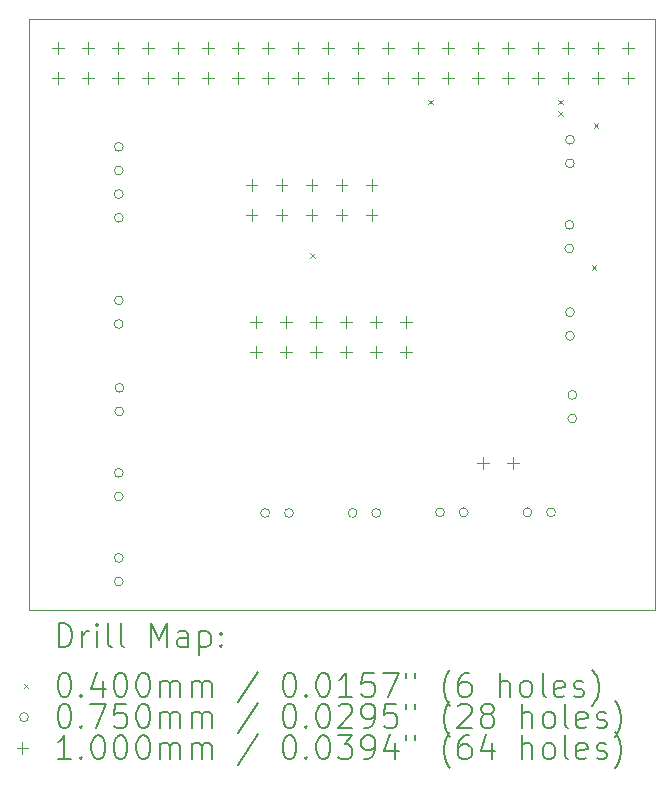
<source format=gbr>
%FSLAX45Y45*%
G04 Gerber Fmt 4.5, Leading zero omitted, Abs format (unit mm)*
G04 Created by KiCad (PCBNEW (5.99.0-12181-g5e8b23af64)) date 2021-11-12 15:18:38*
%MOMM*%
%LPD*%
G01*
G04 APERTURE LIST*
%TA.AperFunction,Profile*%
%ADD10C,0.100000*%
%TD*%
%ADD11C,0.200000*%
%ADD12C,0.040000*%
%ADD13C,0.075000*%
%ADD14C,0.100000*%
G04 APERTURE END LIST*
D10*
X8000000Y-13000000D02*
X8000000Y-8000000D01*
X13300000Y-13000000D02*
X8000000Y-13000000D01*
X13300000Y-8000000D02*
X13300000Y-13000000D01*
X8000000Y-8000000D02*
X13300000Y-8000000D01*
D11*
D12*
X10380000Y-9980000D02*
X10420000Y-10020000D01*
X10420000Y-9980000D02*
X10380000Y-10020000D01*
X11380000Y-8680000D02*
X11420000Y-8720000D01*
X11420000Y-8680000D02*
X11380000Y-8720000D01*
X12480000Y-8680000D02*
X12520000Y-8720000D01*
X12520000Y-8680000D02*
X12480000Y-8720000D01*
X12480000Y-8780000D02*
X12520000Y-8820000D01*
X12520000Y-8780000D02*
X12480000Y-8820000D01*
X12762598Y-10080000D02*
X12802598Y-10120000D01*
X12802598Y-10080000D02*
X12762598Y-10120000D01*
X12780000Y-8880000D02*
X12820000Y-8920000D01*
X12820000Y-8880000D02*
X12780000Y-8920000D01*
D13*
X8797500Y-9080000D02*
G75*
G03*
X8797500Y-9080000I-37500J0D01*
G01*
X8797500Y-9280000D02*
G75*
G03*
X8797500Y-9280000I-37500J0D01*
G01*
X8797500Y-9480000D02*
G75*
G03*
X8797500Y-9480000I-37500J0D01*
G01*
X8797500Y-9680000D02*
G75*
G03*
X8797500Y-9680000I-37500J0D01*
G01*
X8797500Y-10380000D02*
G75*
G03*
X8797500Y-10380000I-37500J0D01*
G01*
X8797500Y-10580000D02*
G75*
G03*
X8797500Y-10580000I-37500J0D01*
G01*
X8797500Y-11840000D02*
G75*
G03*
X8797500Y-11840000I-37500J0D01*
G01*
X8797500Y-12040000D02*
G75*
G03*
X8797500Y-12040000I-37500J0D01*
G01*
X8797500Y-12560000D02*
G75*
G03*
X8797500Y-12560000I-37500J0D01*
G01*
X8797500Y-12760000D02*
G75*
G03*
X8797500Y-12760000I-37500J0D01*
G01*
X8802500Y-11120000D02*
G75*
G03*
X8802500Y-11120000I-37500J0D01*
G01*
X8802500Y-11320000D02*
G75*
G03*
X8802500Y-11320000I-37500J0D01*
G01*
X10037500Y-12180000D02*
G75*
G03*
X10037500Y-12180000I-37500J0D01*
G01*
X10237500Y-12180000D02*
G75*
G03*
X10237500Y-12180000I-37500J0D01*
G01*
X10777500Y-12180000D02*
G75*
G03*
X10777500Y-12180000I-37500J0D01*
G01*
X10977500Y-12180000D02*
G75*
G03*
X10977500Y-12180000I-37500J0D01*
G01*
X11517500Y-12175000D02*
G75*
G03*
X11517500Y-12175000I-37500J0D01*
G01*
X11717500Y-12175000D02*
G75*
G03*
X11717500Y-12175000I-37500J0D01*
G01*
X12257500Y-12175000D02*
G75*
G03*
X12257500Y-12175000I-37500J0D01*
G01*
X12457500Y-12175000D02*
G75*
G03*
X12457500Y-12175000I-37500J0D01*
G01*
X12612500Y-9740000D02*
G75*
G03*
X12612500Y-9740000I-37500J0D01*
G01*
X12612500Y-9940000D02*
G75*
G03*
X12612500Y-9940000I-37500J0D01*
G01*
X12617500Y-9020000D02*
G75*
G03*
X12617500Y-9020000I-37500J0D01*
G01*
X12617500Y-9220000D02*
G75*
G03*
X12617500Y-9220000I-37500J0D01*
G01*
X12617500Y-10480000D02*
G75*
G03*
X12617500Y-10480000I-37500J0D01*
G01*
X12617500Y-10680000D02*
G75*
G03*
X12617500Y-10680000I-37500J0D01*
G01*
X12637500Y-11180000D02*
G75*
G03*
X12637500Y-11180000I-37500J0D01*
G01*
X12637500Y-11380000D02*
G75*
G03*
X12637500Y-11380000I-37500J0D01*
G01*
D14*
X8247000Y-8194000D02*
X8247000Y-8294000D01*
X8197000Y-8244000D02*
X8297000Y-8244000D01*
X8247000Y-8448000D02*
X8247000Y-8548000D01*
X8197000Y-8498000D02*
X8297000Y-8498000D01*
X8501000Y-8194000D02*
X8501000Y-8294000D01*
X8451000Y-8244000D02*
X8551000Y-8244000D01*
X8501000Y-8448000D02*
X8501000Y-8548000D01*
X8451000Y-8498000D02*
X8551000Y-8498000D01*
X8755000Y-8194000D02*
X8755000Y-8294000D01*
X8705000Y-8244000D02*
X8805000Y-8244000D01*
X8755000Y-8448000D02*
X8755000Y-8548000D01*
X8705000Y-8498000D02*
X8805000Y-8498000D01*
X9009000Y-8194000D02*
X9009000Y-8294000D01*
X8959000Y-8244000D02*
X9059000Y-8244000D01*
X9009000Y-8448000D02*
X9009000Y-8548000D01*
X8959000Y-8498000D02*
X9059000Y-8498000D01*
X9263000Y-8194000D02*
X9263000Y-8294000D01*
X9213000Y-8244000D02*
X9313000Y-8244000D01*
X9263000Y-8448000D02*
X9263000Y-8548000D01*
X9213000Y-8498000D02*
X9313000Y-8498000D01*
X9517000Y-8194000D02*
X9517000Y-8294000D01*
X9467000Y-8244000D02*
X9567000Y-8244000D01*
X9517000Y-8448000D02*
X9517000Y-8548000D01*
X9467000Y-8498000D02*
X9567000Y-8498000D01*
X9771000Y-8194000D02*
X9771000Y-8294000D01*
X9721000Y-8244000D02*
X9821000Y-8244000D01*
X9771000Y-8448000D02*
X9771000Y-8548000D01*
X9721000Y-8498000D02*
X9821000Y-8498000D01*
X9884000Y-9350000D02*
X9884000Y-9450000D01*
X9834000Y-9400000D02*
X9934000Y-9400000D01*
X9884000Y-9604000D02*
X9884000Y-9704000D01*
X9834000Y-9654000D02*
X9934000Y-9654000D01*
X9925000Y-10516000D02*
X9925000Y-10616000D01*
X9875000Y-10566000D02*
X9975000Y-10566000D01*
X9925000Y-10770000D02*
X9925000Y-10870000D01*
X9875000Y-10820000D02*
X9975000Y-10820000D01*
X10025000Y-8194000D02*
X10025000Y-8294000D01*
X9975000Y-8244000D02*
X10075000Y-8244000D01*
X10025000Y-8448000D02*
X10025000Y-8548000D01*
X9975000Y-8498000D02*
X10075000Y-8498000D01*
X10138000Y-9350000D02*
X10138000Y-9450000D01*
X10088000Y-9400000D02*
X10188000Y-9400000D01*
X10138000Y-9604000D02*
X10138000Y-9704000D01*
X10088000Y-9654000D02*
X10188000Y-9654000D01*
X10179000Y-10516000D02*
X10179000Y-10616000D01*
X10129000Y-10566000D02*
X10229000Y-10566000D01*
X10179000Y-10770000D02*
X10179000Y-10870000D01*
X10129000Y-10820000D02*
X10229000Y-10820000D01*
X10279000Y-8194000D02*
X10279000Y-8294000D01*
X10229000Y-8244000D02*
X10329000Y-8244000D01*
X10279000Y-8448000D02*
X10279000Y-8548000D01*
X10229000Y-8498000D02*
X10329000Y-8498000D01*
X10392000Y-9350000D02*
X10392000Y-9450000D01*
X10342000Y-9400000D02*
X10442000Y-9400000D01*
X10392000Y-9604000D02*
X10392000Y-9704000D01*
X10342000Y-9654000D02*
X10442000Y-9654000D01*
X10433000Y-10516000D02*
X10433000Y-10616000D01*
X10383000Y-10566000D02*
X10483000Y-10566000D01*
X10433000Y-10770000D02*
X10433000Y-10870000D01*
X10383000Y-10820000D02*
X10483000Y-10820000D01*
X10533000Y-8194000D02*
X10533000Y-8294000D01*
X10483000Y-8244000D02*
X10583000Y-8244000D01*
X10533000Y-8448000D02*
X10533000Y-8548000D01*
X10483000Y-8498000D02*
X10583000Y-8498000D01*
X10646000Y-9350000D02*
X10646000Y-9450000D01*
X10596000Y-9400000D02*
X10696000Y-9400000D01*
X10646000Y-9604000D02*
X10646000Y-9704000D01*
X10596000Y-9654000D02*
X10696000Y-9654000D01*
X10687000Y-10516000D02*
X10687000Y-10616000D01*
X10637000Y-10566000D02*
X10737000Y-10566000D01*
X10687000Y-10770000D02*
X10687000Y-10870000D01*
X10637000Y-10820000D02*
X10737000Y-10820000D01*
X10787000Y-8194000D02*
X10787000Y-8294000D01*
X10737000Y-8244000D02*
X10837000Y-8244000D01*
X10787000Y-8448000D02*
X10787000Y-8548000D01*
X10737000Y-8498000D02*
X10837000Y-8498000D01*
X10900000Y-9350000D02*
X10900000Y-9450000D01*
X10850000Y-9400000D02*
X10950000Y-9400000D01*
X10900000Y-9604000D02*
X10900000Y-9704000D01*
X10850000Y-9654000D02*
X10950000Y-9654000D01*
X10941000Y-10516000D02*
X10941000Y-10616000D01*
X10891000Y-10566000D02*
X10991000Y-10566000D01*
X10941000Y-10770000D02*
X10941000Y-10870000D01*
X10891000Y-10820000D02*
X10991000Y-10820000D01*
X11041000Y-8194000D02*
X11041000Y-8294000D01*
X10991000Y-8244000D02*
X11091000Y-8244000D01*
X11041000Y-8448000D02*
X11041000Y-8548000D01*
X10991000Y-8498000D02*
X11091000Y-8498000D01*
X11195000Y-10516000D02*
X11195000Y-10616000D01*
X11145000Y-10566000D02*
X11245000Y-10566000D01*
X11195000Y-10770000D02*
X11195000Y-10870000D01*
X11145000Y-10820000D02*
X11245000Y-10820000D01*
X11295000Y-8194000D02*
X11295000Y-8294000D01*
X11245000Y-8244000D02*
X11345000Y-8244000D01*
X11295000Y-8448000D02*
X11295000Y-8548000D01*
X11245000Y-8498000D02*
X11345000Y-8498000D01*
X11549000Y-8194000D02*
X11549000Y-8294000D01*
X11499000Y-8244000D02*
X11599000Y-8244000D01*
X11549000Y-8448000D02*
X11549000Y-8548000D01*
X11499000Y-8498000D02*
X11599000Y-8498000D01*
X11803000Y-8194000D02*
X11803000Y-8294000D01*
X11753000Y-8244000D02*
X11853000Y-8244000D01*
X11803000Y-8448000D02*
X11803000Y-8548000D01*
X11753000Y-8498000D02*
X11853000Y-8498000D01*
X11841000Y-11710000D02*
X11841000Y-11810000D01*
X11791000Y-11760000D02*
X11891000Y-11760000D01*
X12057000Y-8194000D02*
X12057000Y-8294000D01*
X12007000Y-8244000D02*
X12107000Y-8244000D01*
X12057000Y-8448000D02*
X12057000Y-8548000D01*
X12007000Y-8498000D02*
X12107000Y-8498000D01*
X12095000Y-11710000D02*
X12095000Y-11810000D01*
X12045000Y-11760000D02*
X12145000Y-11760000D01*
X12311000Y-8194000D02*
X12311000Y-8294000D01*
X12261000Y-8244000D02*
X12361000Y-8244000D01*
X12311000Y-8448000D02*
X12311000Y-8548000D01*
X12261000Y-8498000D02*
X12361000Y-8498000D01*
X12565000Y-8194000D02*
X12565000Y-8294000D01*
X12515000Y-8244000D02*
X12615000Y-8244000D01*
X12565000Y-8448000D02*
X12565000Y-8548000D01*
X12515000Y-8498000D02*
X12615000Y-8498000D01*
X12819000Y-8194000D02*
X12819000Y-8294000D01*
X12769000Y-8244000D02*
X12869000Y-8244000D01*
X12819000Y-8448000D02*
X12819000Y-8548000D01*
X12769000Y-8498000D02*
X12869000Y-8498000D01*
X13073000Y-8194000D02*
X13073000Y-8294000D01*
X13023000Y-8244000D02*
X13123000Y-8244000D01*
X13073000Y-8448000D02*
X13073000Y-8548000D01*
X13023000Y-8498000D02*
X13123000Y-8498000D01*
D11*
X8252619Y-13315476D02*
X8252619Y-13115476D01*
X8300238Y-13115476D01*
X8328809Y-13125000D01*
X8347857Y-13144048D01*
X8357381Y-13163095D01*
X8366905Y-13201190D01*
X8366905Y-13229762D01*
X8357381Y-13267857D01*
X8347857Y-13286905D01*
X8328809Y-13305952D01*
X8300238Y-13315476D01*
X8252619Y-13315476D01*
X8452619Y-13315476D02*
X8452619Y-13182143D01*
X8452619Y-13220238D02*
X8462143Y-13201190D01*
X8471667Y-13191667D01*
X8490714Y-13182143D01*
X8509762Y-13182143D01*
X8576429Y-13315476D02*
X8576429Y-13182143D01*
X8576429Y-13115476D02*
X8566905Y-13125000D01*
X8576429Y-13134524D01*
X8585952Y-13125000D01*
X8576429Y-13115476D01*
X8576429Y-13134524D01*
X8700238Y-13315476D02*
X8681190Y-13305952D01*
X8671667Y-13286905D01*
X8671667Y-13115476D01*
X8805000Y-13315476D02*
X8785952Y-13305952D01*
X8776429Y-13286905D01*
X8776429Y-13115476D01*
X9033571Y-13315476D02*
X9033571Y-13115476D01*
X9100238Y-13258333D01*
X9166905Y-13115476D01*
X9166905Y-13315476D01*
X9347857Y-13315476D02*
X9347857Y-13210714D01*
X9338333Y-13191667D01*
X9319286Y-13182143D01*
X9281190Y-13182143D01*
X9262143Y-13191667D01*
X9347857Y-13305952D02*
X9328810Y-13315476D01*
X9281190Y-13315476D01*
X9262143Y-13305952D01*
X9252619Y-13286905D01*
X9252619Y-13267857D01*
X9262143Y-13248809D01*
X9281190Y-13239286D01*
X9328810Y-13239286D01*
X9347857Y-13229762D01*
X9443095Y-13182143D02*
X9443095Y-13382143D01*
X9443095Y-13191667D02*
X9462143Y-13182143D01*
X9500238Y-13182143D01*
X9519286Y-13191667D01*
X9528810Y-13201190D01*
X9538333Y-13220238D01*
X9538333Y-13277381D01*
X9528810Y-13296428D01*
X9519286Y-13305952D01*
X9500238Y-13315476D01*
X9462143Y-13315476D01*
X9443095Y-13305952D01*
X9624048Y-13296428D02*
X9633571Y-13305952D01*
X9624048Y-13315476D01*
X9614524Y-13305952D01*
X9624048Y-13296428D01*
X9624048Y-13315476D01*
X9624048Y-13191667D02*
X9633571Y-13201190D01*
X9624048Y-13210714D01*
X9614524Y-13201190D01*
X9624048Y-13191667D01*
X9624048Y-13210714D01*
D12*
X7955000Y-13625000D02*
X7995000Y-13665000D01*
X7995000Y-13625000D02*
X7955000Y-13665000D01*
D11*
X8290714Y-13535476D02*
X8309762Y-13535476D01*
X8328809Y-13545000D01*
X8338333Y-13554524D01*
X8347857Y-13573571D01*
X8357381Y-13611667D01*
X8357381Y-13659286D01*
X8347857Y-13697381D01*
X8338333Y-13716428D01*
X8328809Y-13725952D01*
X8309762Y-13735476D01*
X8290714Y-13735476D01*
X8271667Y-13725952D01*
X8262143Y-13716428D01*
X8252619Y-13697381D01*
X8243095Y-13659286D01*
X8243095Y-13611667D01*
X8252619Y-13573571D01*
X8262143Y-13554524D01*
X8271667Y-13545000D01*
X8290714Y-13535476D01*
X8443095Y-13716428D02*
X8452619Y-13725952D01*
X8443095Y-13735476D01*
X8433571Y-13725952D01*
X8443095Y-13716428D01*
X8443095Y-13735476D01*
X8624048Y-13602143D02*
X8624048Y-13735476D01*
X8576429Y-13525952D02*
X8528810Y-13668809D01*
X8652619Y-13668809D01*
X8766905Y-13535476D02*
X8785952Y-13535476D01*
X8805000Y-13545000D01*
X8814524Y-13554524D01*
X8824048Y-13573571D01*
X8833571Y-13611667D01*
X8833571Y-13659286D01*
X8824048Y-13697381D01*
X8814524Y-13716428D01*
X8805000Y-13725952D01*
X8785952Y-13735476D01*
X8766905Y-13735476D01*
X8747857Y-13725952D01*
X8738333Y-13716428D01*
X8728810Y-13697381D01*
X8719286Y-13659286D01*
X8719286Y-13611667D01*
X8728810Y-13573571D01*
X8738333Y-13554524D01*
X8747857Y-13545000D01*
X8766905Y-13535476D01*
X8957381Y-13535476D02*
X8976429Y-13535476D01*
X8995476Y-13545000D01*
X9005000Y-13554524D01*
X9014524Y-13573571D01*
X9024048Y-13611667D01*
X9024048Y-13659286D01*
X9014524Y-13697381D01*
X9005000Y-13716428D01*
X8995476Y-13725952D01*
X8976429Y-13735476D01*
X8957381Y-13735476D01*
X8938333Y-13725952D01*
X8928810Y-13716428D01*
X8919286Y-13697381D01*
X8909762Y-13659286D01*
X8909762Y-13611667D01*
X8919286Y-13573571D01*
X8928810Y-13554524D01*
X8938333Y-13545000D01*
X8957381Y-13535476D01*
X9109762Y-13735476D02*
X9109762Y-13602143D01*
X9109762Y-13621190D02*
X9119286Y-13611667D01*
X9138333Y-13602143D01*
X9166905Y-13602143D01*
X9185952Y-13611667D01*
X9195476Y-13630714D01*
X9195476Y-13735476D01*
X9195476Y-13630714D02*
X9205000Y-13611667D01*
X9224048Y-13602143D01*
X9252619Y-13602143D01*
X9271667Y-13611667D01*
X9281190Y-13630714D01*
X9281190Y-13735476D01*
X9376429Y-13735476D02*
X9376429Y-13602143D01*
X9376429Y-13621190D02*
X9385952Y-13611667D01*
X9405000Y-13602143D01*
X9433571Y-13602143D01*
X9452619Y-13611667D01*
X9462143Y-13630714D01*
X9462143Y-13735476D01*
X9462143Y-13630714D02*
X9471667Y-13611667D01*
X9490714Y-13602143D01*
X9519286Y-13602143D01*
X9538333Y-13611667D01*
X9547857Y-13630714D01*
X9547857Y-13735476D01*
X9938333Y-13525952D02*
X9766905Y-13783095D01*
X10195476Y-13535476D02*
X10214524Y-13535476D01*
X10233571Y-13545000D01*
X10243095Y-13554524D01*
X10252619Y-13573571D01*
X10262143Y-13611667D01*
X10262143Y-13659286D01*
X10252619Y-13697381D01*
X10243095Y-13716428D01*
X10233571Y-13725952D01*
X10214524Y-13735476D01*
X10195476Y-13735476D01*
X10176429Y-13725952D01*
X10166905Y-13716428D01*
X10157381Y-13697381D01*
X10147857Y-13659286D01*
X10147857Y-13611667D01*
X10157381Y-13573571D01*
X10166905Y-13554524D01*
X10176429Y-13545000D01*
X10195476Y-13535476D01*
X10347857Y-13716428D02*
X10357381Y-13725952D01*
X10347857Y-13735476D01*
X10338333Y-13725952D01*
X10347857Y-13716428D01*
X10347857Y-13735476D01*
X10481190Y-13535476D02*
X10500238Y-13535476D01*
X10519286Y-13545000D01*
X10528810Y-13554524D01*
X10538333Y-13573571D01*
X10547857Y-13611667D01*
X10547857Y-13659286D01*
X10538333Y-13697381D01*
X10528810Y-13716428D01*
X10519286Y-13725952D01*
X10500238Y-13735476D01*
X10481190Y-13735476D01*
X10462143Y-13725952D01*
X10452619Y-13716428D01*
X10443095Y-13697381D01*
X10433571Y-13659286D01*
X10433571Y-13611667D01*
X10443095Y-13573571D01*
X10452619Y-13554524D01*
X10462143Y-13545000D01*
X10481190Y-13535476D01*
X10738333Y-13735476D02*
X10624048Y-13735476D01*
X10681190Y-13735476D02*
X10681190Y-13535476D01*
X10662143Y-13564048D01*
X10643095Y-13583095D01*
X10624048Y-13592619D01*
X10919286Y-13535476D02*
X10824048Y-13535476D01*
X10814524Y-13630714D01*
X10824048Y-13621190D01*
X10843095Y-13611667D01*
X10890714Y-13611667D01*
X10909762Y-13621190D01*
X10919286Y-13630714D01*
X10928810Y-13649762D01*
X10928810Y-13697381D01*
X10919286Y-13716428D01*
X10909762Y-13725952D01*
X10890714Y-13735476D01*
X10843095Y-13735476D01*
X10824048Y-13725952D01*
X10814524Y-13716428D01*
X10995476Y-13535476D02*
X11128810Y-13535476D01*
X11043095Y-13735476D01*
X11195476Y-13535476D02*
X11195476Y-13573571D01*
X11271667Y-13535476D02*
X11271667Y-13573571D01*
X11566905Y-13811667D02*
X11557381Y-13802143D01*
X11538333Y-13773571D01*
X11528809Y-13754524D01*
X11519286Y-13725952D01*
X11509762Y-13678333D01*
X11509762Y-13640238D01*
X11519286Y-13592619D01*
X11528809Y-13564048D01*
X11538333Y-13545000D01*
X11557381Y-13516428D01*
X11566905Y-13506905D01*
X11728809Y-13535476D02*
X11690714Y-13535476D01*
X11671667Y-13545000D01*
X11662143Y-13554524D01*
X11643095Y-13583095D01*
X11633571Y-13621190D01*
X11633571Y-13697381D01*
X11643095Y-13716428D01*
X11652619Y-13725952D01*
X11671667Y-13735476D01*
X11709762Y-13735476D01*
X11728809Y-13725952D01*
X11738333Y-13716428D01*
X11747857Y-13697381D01*
X11747857Y-13649762D01*
X11738333Y-13630714D01*
X11728809Y-13621190D01*
X11709762Y-13611667D01*
X11671667Y-13611667D01*
X11652619Y-13621190D01*
X11643095Y-13630714D01*
X11633571Y-13649762D01*
X11985952Y-13735476D02*
X11985952Y-13535476D01*
X12071667Y-13735476D02*
X12071667Y-13630714D01*
X12062143Y-13611667D01*
X12043095Y-13602143D01*
X12014524Y-13602143D01*
X11995476Y-13611667D01*
X11985952Y-13621190D01*
X12195476Y-13735476D02*
X12176428Y-13725952D01*
X12166905Y-13716428D01*
X12157381Y-13697381D01*
X12157381Y-13640238D01*
X12166905Y-13621190D01*
X12176428Y-13611667D01*
X12195476Y-13602143D01*
X12224048Y-13602143D01*
X12243095Y-13611667D01*
X12252619Y-13621190D01*
X12262143Y-13640238D01*
X12262143Y-13697381D01*
X12252619Y-13716428D01*
X12243095Y-13725952D01*
X12224048Y-13735476D01*
X12195476Y-13735476D01*
X12376428Y-13735476D02*
X12357381Y-13725952D01*
X12347857Y-13706905D01*
X12347857Y-13535476D01*
X12528809Y-13725952D02*
X12509762Y-13735476D01*
X12471667Y-13735476D01*
X12452619Y-13725952D01*
X12443095Y-13706905D01*
X12443095Y-13630714D01*
X12452619Y-13611667D01*
X12471667Y-13602143D01*
X12509762Y-13602143D01*
X12528809Y-13611667D01*
X12538333Y-13630714D01*
X12538333Y-13649762D01*
X12443095Y-13668809D01*
X12614524Y-13725952D02*
X12633571Y-13735476D01*
X12671667Y-13735476D01*
X12690714Y-13725952D01*
X12700238Y-13706905D01*
X12700238Y-13697381D01*
X12690714Y-13678333D01*
X12671667Y-13668809D01*
X12643095Y-13668809D01*
X12624048Y-13659286D01*
X12614524Y-13640238D01*
X12614524Y-13630714D01*
X12624048Y-13611667D01*
X12643095Y-13602143D01*
X12671667Y-13602143D01*
X12690714Y-13611667D01*
X12766905Y-13811667D02*
X12776428Y-13802143D01*
X12795476Y-13773571D01*
X12805000Y-13754524D01*
X12814524Y-13725952D01*
X12824048Y-13678333D01*
X12824048Y-13640238D01*
X12814524Y-13592619D01*
X12805000Y-13564048D01*
X12795476Y-13545000D01*
X12776428Y-13516428D01*
X12766905Y-13506905D01*
D13*
X7995000Y-13909000D02*
G75*
G03*
X7995000Y-13909000I-37500J0D01*
G01*
D11*
X8290714Y-13799476D02*
X8309762Y-13799476D01*
X8328809Y-13809000D01*
X8338333Y-13818524D01*
X8347857Y-13837571D01*
X8357381Y-13875667D01*
X8357381Y-13923286D01*
X8347857Y-13961381D01*
X8338333Y-13980428D01*
X8328809Y-13989952D01*
X8309762Y-13999476D01*
X8290714Y-13999476D01*
X8271667Y-13989952D01*
X8262143Y-13980428D01*
X8252619Y-13961381D01*
X8243095Y-13923286D01*
X8243095Y-13875667D01*
X8252619Y-13837571D01*
X8262143Y-13818524D01*
X8271667Y-13809000D01*
X8290714Y-13799476D01*
X8443095Y-13980428D02*
X8452619Y-13989952D01*
X8443095Y-13999476D01*
X8433571Y-13989952D01*
X8443095Y-13980428D01*
X8443095Y-13999476D01*
X8519286Y-13799476D02*
X8652619Y-13799476D01*
X8566905Y-13999476D01*
X8824048Y-13799476D02*
X8728810Y-13799476D01*
X8719286Y-13894714D01*
X8728810Y-13885190D01*
X8747857Y-13875667D01*
X8795476Y-13875667D01*
X8814524Y-13885190D01*
X8824048Y-13894714D01*
X8833571Y-13913762D01*
X8833571Y-13961381D01*
X8824048Y-13980428D01*
X8814524Y-13989952D01*
X8795476Y-13999476D01*
X8747857Y-13999476D01*
X8728810Y-13989952D01*
X8719286Y-13980428D01*
X8957381Y-13799476D02*
X8976429Y-13799476D01*
X8995476Y-13809000D01*
X9005000Y-13818524D01*
X9014524Y-13837571D01*
X9024048Y-13875667D01*
X9024048Y-13923286D01*
X9014524Y-13961381D01*
X9005000Y-13980428D01*
X8995476Y-13989952D01*
X8976429Y-13999476D01*
X8957381Y-13999476D01*
X8938333Y-13989952D01*
X8928810Y-13980428D01*
X8919286Y-13961381D01*
X8909762Y-13923286D01*
X8909762Y-13875667D01*
X8919286Y-13837571D01*
X8928810Y-13818524D01*
X8938333Y-13809000D01*
X8957381Y-13799476D01*
X9109762Y-13999476D02*
X9109762Y-13866143D01*
X9109762Y-13885190D02*
X9119286Y-13875667D01*
X9138333Y-13866143D01*
X9166905Y-13866143D01*
X9185952Y-13875667D01*
X9195476Y-13894714D01*
X9195476Y-13999476D01*
X9195476Y-13894714D02*
X9205000Y-13875667D01*
X9224048Y-13866143D01*
X9252619Y-13866143D01*
X9271667Y-13875667D01*
X9281190Y-13894714D01*
X9281190Y-13999476D01*
X9376429Y-13999476D02*
X9376429Y-13866143D01*
X9376429Y-13885190D02*
X9385952Y-13875667D01*
X9405000Y-13866143D01*
X9433571Y-13866143D01*
X9452619Y-13875667D01*
X9462143Y-13894714D01*
X9462143Y-13999476D01*
X9462143Y-13894714D02*
X9471667Y-13875667D01*
X9490714Y-13866143D01*
X9519286Y-13866143D01*
X9538333Y-13875667D01*
X9547857Y-13894714D01*
X9547857Y-13999476D01*
X9938333Y-13789952D02*
X9766905Y-14047095D01*
X10195476Y-13799476D02*
X10214524Y-13799476D01*
X10233571Y-13809000D01*
X10243095Y-13818524D01*
X10252619Y-13837571D01*
X10262143Y-13875667D01*
X10262143Y-13923286D01*
X10252619Y-13961381D01*
X10243095Y-13980428D01*
X10233571Y-13989952D01*
X10214524Y-13999476D01*
X10195476Y-13999476D01*
X10176429Y-13989952D01*
X10166905Y-13980428D01*
X10157381Y-13961381D01*
X10147857Y-13923286D01*
X10147857Y-13875667D01*
X10157381Y-13837571D01*
X10166905Y-13818524D01*
X10176429Y-13809000D01*
X10195476Y-13799476D01*
X10347857Y-13980428D02*
X10357381Y-13989952D01*
X10347857Y-13999476D01*
X10338333Y-13989952D01*
X10347857Y-13980428D01*
X10347857Y-13999476D01*
X10481190Y-13799476D02*
X10500238Y-13799476D01*
X10519286Y-13809000D01*
X10528810Y-13818524D01*
X10538333Y-13837571D01*
X10547857Y-13875667D01*
X10547857Y-13923286D01*
X10538333Y-13961381D01*
X10528810Y-13980428D01*
X10519286Y-13989952D01*
X10500238Y-13999476D01*
X10481190Y-13999476D01*
X10462143Y-13989952D01*
X10452619Y-13980428D01*
X10443095Y-13961381D01*
X10433571Y-13923286D01*
X10433571Y-13875667D01*
X10443095Y-13837571D01*
X10452619Y-13818524D01*
X10462143Y-13809000D01*
X10481190Y-13799476D01*
X10624048Y-13818524D02*
X10633571Y-13809000D01*
X10652619Y-13799476D01*
X10700238Y-13799476D01*
X10719286Y-13809000D01*
X10728810Y-13818524D01*
X10738333Y-13837571D01*
X10738333Y-13856619D01*
X10728810Y-13885190D01*
X10614524Y-13999476D01*
X10738333Y-13999476D01*
X10833571Y-13999476D02*
X10871667Y-13999476D01*
X10890714Y-13989952D01*
X10900238Y-13980428D01*
X10919286Y-13951857D01*
X10928810Y-13913762D01*
X10928810Y-13837571D01*
X10919286Y-13818524D01*
X10909762Y-13809000D01*
X10890714Y-13799476D01*
X10852619Y-13799476D01*
X10833571Y-13809000D01*
X10824048Y-13818524D01*
X10814524Y-13837571D01*
X10814524Y-13885190D01*
X10824048Y-13904238D01*
X10833571Y-13913762D01*
X10852619Y-13923286D01*
X10890714Y-13923286D01*
X10909762Y-13913762D01*
X10919286Y-13904238D01*
X10928810Y-13885190D01*
X11109762Y-13799476D02*
X11014524Y-13799476D01*
X11005000Y-13894714D01*
X11014524Y-13885190D01*
X11033571Y-13875667D01*
X11081190Y-13875667D01*
X11100238Y-13885190D01*
X11109762Y-13894714D01*
X11119286Y-13913762D01*
X11119286Y-13961381D01*
X11109762Y-13980428D01*
X11100238Y-13989952D01*
X11081190Y-13999476D01*
X11033571Y-13999476D01*
X11014524Y-13989952D01*
X11005000Y-13980428D01*
X11195476Y-13799476D02*
X11195476Y-13837571D01*
X11271667Y-13799476D02*
X11271667Y-13837571D01*
X11566905Y-14075667D02*
X11557381Y-14066143D01*
X11538333Y-14037571D01*
X11528809Y-14018524D01*
X11519286Y-13989952D01*
X11509762Y-13942333D01*
X11509762Y-13904238D01*
X11519286Y-13856619D01*
X11528809Y-13828048D01*
X11538333Y-13809000D01*
X11557381Y-13780428D01*
X11566905Y-13770905D01*
X11633571Y-13818524D02*
X11643095Y-13809000D01*
X11662143Y-13799476D01*
X11709762Y-13799476D01*
X11728809Y-13809000D01*
X11738333Y-13818524D01*
X11747857Y-13837571D01*
X11747857Y-13856619D01*
X11738333Y-13885190D01*
X11624048Y-13999476D01*
X11747857Y-13999476D01*
X11862143Y-13885190D02*
X11843095Y-13875667D01*
X11833571Y-13866143D01*
X11824048Y-13847095D01*
X11824048Y-13837571D01*
X11833571Y-13818524D01*
X11843095Y-13809000D01*
X11862143Y-13799476D01*
X11900238Y-13799476D01*
X11919286Y-13809000D01*
X11928809Y-13818524D01*
X11938333Y-13837571D01*
X11938333Y-13847095D01*
X11928809Y-13866143D01*
X11919286Y-13875667D01*
X11900238Y-13885190D01*
X11862143Y-13885190D01*
X11843095Y-13894714D01*
X11833571Y-13904238D01*
X11824048Y-13923286D01*
X11824048Y-13961381D01*
X11833571Y-13980428D01*
X11843095Y-13989952D01*
X11862143Y-13999476D01*
X11900238Y-13999476D01*
X11919286Y-13989952D01*
X11928809Y-13980428D01*
X11938333Y-13961381D01*
X11938333Y-13923286D01*
X11928809Y-13904238D01*
X11919286Y-13894714D01*
X11900238Y-13885190D01*
X12176428Y-13999476D02*
X12176428Y-13799476D01*
X12262143Y-13999476D02*
X12262143Y-13894714D01*
X12252619Y-13875667D01*
X12233571Y-13866143D01*
X12205000Y-13866143D01*
X12185952Y-13875667D01*
X12176428Y-13885190D01*
X12385952Y-13999476D02*
X12366905Y-13989952D01*
X12357381Y-13980428D01*
X12347857Y-13961381D01*
X12347857Y-13904238D01*
X12357381Y-13885190D01*
X12366905Y-13875667D01*
X12385952Y-13866143D01*
X12414524Y-13866143D01*
X12433571Y-13875667D01*
X12443095Y-13885190D01*
X12452619Y-13904238D01*
X12452619Y-13961381D01*
X12443095Y-13980428D01*
X12433571Y-13989952D01*
X12414524Y-13999476D01*
X12385952Y-13999476D01*
X12566905Y-13999476D02*
X12547857Y-13989952D01*
X12538333Y-13970905D01*
X12538333Y-13799476D01*
X12719286Y-13989952D02*
X12700238Y-13999476D01*
X12662143Y-13999476D01*
X12643095Y-13989952D01*
X12633571Y-13970905D01*
X12633571Y-13894714D01*
X12643095Y-13875667D01*
X12662143Y-13866143D01*
X12700238Y-13866143D01*
X12719286Y-13875667D01*
X12728809Y-13894714D01*
X12728809Y-13913762D01*
X12633571Y-13932809D01*
X12805000Y-13989952D02*
X12824048Y-13999476D01*
X12862143Y-13999476D01*
X12881190Y-13989952D01*
X12890714Y-13970905D01*
X12890714Y-13961381D01*
X12881190Y-13942333D01*
X12862143Y-13932809D01*
X12833571Y-13932809D01*
X12814524Y-13923286D01*
X12805000Y-13904238D01*
X12805000Y-13894714D01*
X12814524Y-13875667D01*
X12833571Y-13866143D01*
X12862143Y-13866143D01*
X12881190Y-13875667D01*
X12957381Y-14075667D02*
X12966905Y-14066143D01*
X12985952Y-14037571D01*
X12995476Y-14018524D01*
X13005000Y-13989952D01*
X13014524Y-13942333D01*
X13014524Y-13904238D01*
X13005000Y-13856619D01*
X12995476Y-13828048D01*
X12985952Y-13809000D01*
X12966905Y-13780428D01*
X12957381Y-13770905D01*
D14*
X7945000Y-14123000D02*
X7945000Y-14223000D01*
X7895000Y-14173000D02*
X7995000Y-14173000D01*
D11*
X8357381Y-14263476D02*
X8243095Y-14263476D01*
X8300238Y-14263476D02*
X8300238Y-14063476D01*
X8281190Y-14092048D01*
X8262143Y-14111095D01*
X8243095Y-14120619D01*
X8443095Y-14244428D02*
X8452619Y-14253952D01*
X8443095Y-14263476D01*
X8433571Y-14253952D01*
X8443095Y-14244428D01*
X8443095Y-14263476D01*
X8576429Y-14063476D02*
X8595476Y-14063476D01*
X8614524Y-14073000D01*
X8624048Y-14082524D01*
X8633571Y-14101571D01*
X8643095Y-14139667D01*
X8643095Y-14187286D01*
X8633571Y-14225381D01*
X8624048Y-14244428D01*
X8614524Y-14253952D01*
X8595476Y-14263476D01*
X8576429Y-14263476D01*
X8557381Y-14253952D01*
X8547857Y-14244428D01*
X8538333Y-14225381D01*
X8528810Y-14187286D01*
X8528810Y-14139667D01*
X8538333Y-14101571D01*
X8547857Y-14082524D01*
X8557381Y-14073000D01*
X8576429Y-14063476D01*
X8766905Y-14063476D02*
X8785952Y-14063476D01*
X8805000Y-14073000D01*
X8814524Y-14082524D01*
X8824048Y-14101571D01*
X8833571Y-14139667D01*
X8833571Y-14187286D01*
X8824048Y-14225381D01*
X8814524Y-14244428D01*
X8805000Y-14253952D01*
X8785952Y-14263476D01*
X8766905Y-14263476D01*
X8747857Y-14253952D01*
X8738333Y-14244428D01*
X8728810Y-14225381D01*
X8719286Y-14187286D01*
X8719286Y-14139667D01*
X8728810Y-14101571D01*
X8738333Y-14082524D01*
X8747857Y-14073000D01*
X8766905Y-14063476D01*
X8957381Y-14063476D02*
X8976429Y-14063476D01*
X8995476Y-14073000D01*
X9005000Y-14082524D01*
X9014524Y-14101571D01*
X9024048Y-14139667D01*
X9024048Y-14187286D01*
X9014524Y-14225381D01*
X9005000Y-14244428D01*
X8995476Y-14253952D01*
X8976429Y-14263476D01*
X8957381Y-14263476D01*
X8938333Y-14253952D01*
X8928810Y-14244428D01*
X8919286Y-14225381D01*
X8909762Y-14187286D01*
X8909762Y-14139667D01*
X8919286Y-14101571D01*
X8928810Y-14082524D01*
X8938333Y-14073000D01*
X8957381Y-14063476D01*
X9109762Y-14263476D02*
X9109762Y-14130143D01*
X9109762Y-14149190D02*
X9119286Y-14139667D01*
X9138333Y-14130143D01*
X9166905Y-14130143D01*
X9185952Y-14139667D01*
X9195476Y-14158714D01*
X9195476Y-14263476D01*
X9195476Y-14158714D02*
X9205000Y-14139667D01*
X9224048Y-14130143D01*
X9252619Y-14130143D01*
X9271667Y-14139667D01*
X9281190Y-14158714D01*
X9281190Y-14263476D01*
X9376429Y-14263476D02*
X9376429Y-14130143D01*
X9376429Y-14149190D02*
X9385952Y-14139667D01*
X9405000Y-14130143D01*
X9433571Y-14130143D01*
X9452619Y-14139667D01*
X9462143Y-14158714D01*
X9462143Y-14263476D01*
X9462143Y-14158714D02*
X9471667Y-14139667D01*
X9490714Y-14130143D01*
X9519286Y-14130143D01*
X9538333Y-14139667D01*
X9547857Y-14158714D01*
X9547857Y-14263476D01*
X9938333Y-14053952D02*
X9766905Y-14311095D01*
X10195476Y-14063476D02*
X10214524Y-14063476D01*
X10233571Y-14073000D01*
X10243095Y-14082524D01*
X10252619Y-14101571D01*
X10262143Y-14139667D01*
X10262143Y-14187286D01*
X10252619Y-14225381D01*
X10243095Y-14244428D01*
X10233571Y-14253952D01*
X10214524Y-14263476D01*
X10195476Y-14263476D01*
X10176429Y-14253952D01*
X10166905Y-14244428D01*
X10157381Y-14225381D01*
X10147857Y-14187286D01*
X10147857Y-14139667D01*
X10157381Y-14101571D01*
X10166905Y-14082524D01*
X10176429Y-14073000D01*
X10195476Y-14063476D01*
X10347857Y-14244428D02*
X10357381Y-14253952D01*
X10347857Y-14263476D01*
X10338333Y-14253952D01*
X10347857Y-14244428D01*
X10347857Y-14263476D01*
X10481190Y-14063476D02*
X10500238Y-14063476D01*
X10519286Y-14073000D01*
X10528810Y-14082524D01*
X10538333Y-14101571D01*
X10547857Y-14139667D01*
X10547857Y-14187286D01*
X10538333Y-14225381D01*
X10528810Y-14244428D01*
X10519286Y-14253952D01*
X10500238Y-14263476D01*
X10481190Y-14263476D01*
X10462143Y-14253952D01*
X10452619Y-14244428D01*
X10443095Y-14225381D01*
X10433571Y-14187286D01*
X10433571Y-14139667D01*
X10443095Y-14101571D01*
X10452619Y-14082524D01*
X10462143Y-14073000D01*
X10481190Y-14063476D01*
X10614524Y-14063476D02*
X10738333Y-14063476D01*
X10671667Y-14139667D01*
X10700238Y-14139667D01*
X10719286Y-14149190D01*
X10728810Y-14158714D01*
X10738333Y-14177762D01*
X10738333Y-14225381D01*
X10728810Y-14244428D01*
X10719286Y-14253952D01*
X10700238Y-14263476D01*
X10643095Y-14263476D01*
X10624048Y-14253952D01*
X10614524Y-14244428D01*
X10833571Y-14263476D02*
X10871667Y-14263476D01*
X10890714Y-14253952D01*
X10900238Y-14244428D01*
X10919286Y-14215857D01*
X10928810Y-14177762D01*
X10928810Y-14101571D01*
X10919286Y-14082524D01*
X10909762Y-14073000D01*
X10890714Y-14063476D01*
X10852619Y-14063476D01*
X10833571Y-14073000D01*
X10824048Y-14082524D01*
X10814524Y-14101571D01*
X10814524Y-14149190D01*
X10824048Y-14168238D01*
X10833571Y-14177762D01*
X10852619Y-14187286D01*
X10890714Y-14187286D01*
X10909762Y-14177762D01*
X10919286Y-14168238D01*
X10928810Y-14149190D01*
X11100238Y-14130143D02*
X11100238Y-14263476D01*
X11052619Y-14053952D02*
X11005000Y-14196809D01*
X11128810Y-14196809D01*
X11195476Y-14063476D02*
X11195476Y-14101571D01*
X11271667Y-14063476D02*
X11271667Y-14101571D01*
X11566905Y-14339667D02*
X11557381Y-14330143D01*
X11538333Y-14301571D01*
X11528809Y-14282524D01*
X11519286Y-14253952D01*
X11509762Y-14206333D01*
X11509762Y-14168238D01*
X11519286Y-14120619D01*
X11528809Y-14092048D01*
X11538333Y-14073000D01*
X11557381Y-14044428D01*
X11566905Y-14034905D01*
X11728809Y-14063476D02*
X11690714Y-14063476D01*
X11671667Y-14073000D01*
X11662143Y-14082524D01*
X11643095Y-14111095D01*
X11633571Y-14149190D01*
X11633571Y-14225381D01*
X11643095Y-14244428D01*
X11652619Y-14253952D01*
X11671667Y-14263476D01*
X11709762Y-14263476D01*
X11728809Y-14253952D01*
X11738333Y-14244428D01*
X11747857Y-14225381D01*
X11747857Y-14177762D01*
X11738333Y-14158714D01*
X11728809Y-14149190D01*
X11709762Y-14139667D01*
X11671667Y-14139667D01*
X11652619Y-14149190D01*
X11643095Y-14158714D01*
X11633571Y-14177762D01*
X11919286Y-14130143D02*
X11919286Y-14263476D01*
X11871667Y-14053952D02*
X11824048Y-14196809D01*
X11947857Y-14196809D01*
X12176428Y-14263476D02*
X12176428Y-14063476D01*
X12262143Y-14263476D02*
X12262143Y-14158714D01*
X12252619Y-14139667D01*
X12233571Y-14130143D01*
X12205000Y-14130143D01*
X12185952Y-14139667D01*
X12176428Y-14149190D01*
X12385952Y-14263476D02*
X12366905Y-14253952D01*
X12357381Y-14244428D01*
X12347857Y-14225381D01*
X12347857Y-14168238D01*
X12357381Y-14149190D01*
X12366905Y-14139667D01*
X12385952Y-14130143D01*
X12414524Y-14130143D01*
X12433571Y-14139667D01*
X12443095Y-14149190D01*
X12452619Y-14168238D01*
X12452619Y-14225381D01*
X12443095Y-14244428D01*
X12433571Y-14253952D01*
X12414524Y-14263476D01*
X12385952Y-14263476D01*
X12566905Y-14263476D02*
X12547857Y-14253952D01*
X12538333Y-14234905D01*
X12538333Y-14063476D01*
X12719286Y-14253952D02*
X12700238Y-14263476D01*
X12662143Y-14263476D01*
X12643095Y-14253952D01*
X12633571Y-14234905D01*
X12633571Y-14158714D01*
X12643095Y-14139667D01*
X12662143Y-14130143D01*
X12700238Y-14130143D01*
X12719286Y-14139667D01*
X12728809Y-14158714D01*
X12728809Y-14177762D01*
X12633571Y-14196809D01*
X12805000Y-14253952D02*
X12824048Y-14263476D01*
X12862143Y-14263476D01*
X12881190Y-14253952D01*
X12890714Y-14234905D01*
X12890714Y-14225381D01*
X12881190Y-14206333D01*
X12862143Y-14196809D01*
X12833571Y-14196809D01*
X12814524Y-14187286D01*
X12805000Y-14168238D01*
X12805000Y-14158714D01*
X12814524Y-14139667D01*
X12833571Y-14130143D01*
X12862143Y-14130143D01*
X12881190Y-14139667D01*
X12957381Y-14339667D02*
X12966905Y-14330143D01*
X12985952Y-14301571D01*
X12995476Y-14282524D01*
X13005000Y-14253952D01*
X13014524Y-14206333D01*
X13014524Y-14168238D01*
X13005000Y-14120619D01*
X12995476Y-14092048D01*
X12985952Y-14073000D01*
X12966905Y-14044428D01*
X12957381Y-14034905D01*
M02*

</source>
